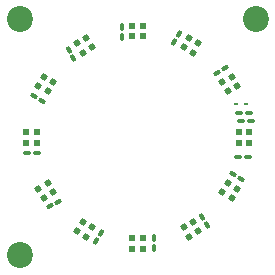
<source format=gbr>
%TF.GenerationSoftware,KiCad,Pcbnew,7.0.5.1-1-g8f565ef7f0-dirty-deb11*%
%TF.CreationDate,2023-07-26T12:03:11+00:00*%
%TF.ProjectId,pedalboard-led-ring,70656461-6c62-46f6-9172-642d6c65642d,1.0.0*%
%TF.SameCoordinates,Original*%
%TF.FileFunction,Soldermask,Top*%
%TF.FilePolarity,Negative*%
%FSLAX46Y46*%
G04 Gerber Fmt 4.6, Leading zero omitted, Abs format (unit mm)*
G04 Created by KiCad (PCBNEW 7.0.5.1-1-g8f565ef7f0-dirty-deb11) date 2023-07-26 12:03:11*
%MOMM*%
%LPD*%
G01*
G04 APERTURE LIST*
G04 Aperture macros list*
%AMRoundRect*
0 Rectangle with rounded corners*
0 $1 Rounding radius*
0 $2 $3 $4 $5 $6 $7 $8 $9 X,Y pos of 4 corners*
0 Add a 4 corners polygon primitive as box body*
4,1,4,$2,$3,$4,$5,$6,$7,$8,$9,$2,$3,0*
0 Add four circle primitives for the rounded corners*
1,1,$1+$1,$2,$3*
1,1,$1+$1,$4,$5*
1,1,$1+$1,$6,$7*
1,1,$1+$1,$8,$9*
0 Add four rect primitives between the rounded corners*
20,1,$1+$1,$2,$3,$4,$5,0*
20,1,$1+$1,$4,$5,$6,$7,0*
20,1,$1+$1,$6,$7,$8,$9,0*
20,1,$1+$1,$8,$9,$2,$3,0*%
%AMRotRect*
0 Rectangle, with rotation*
0 The origin of the aperture is its center*
0 $1 length*
0 $2 width*
0 $3 Rotation angle, in degrees counterclockwise*
0 Add horizontal line*
21,1,$1,$2,0,0,$3*%
G04 Aperture macros list end*
%ADD10RotRect,0.500000X0.500000X120.000000*%
%ADD11RoundRect,0.100000X-0.100000X0.217500X-0.100000X-0.217500X0.100000X-0.217500X0.100000X0.217500X0*%
%ADD12RoundRect,0.100000X-0.195353X0.138361X0.022147X-0.238361X0.195353X-0.138361X-0.022147X0.238361X0*%
%ADD13R,0.500000X0.500000*%
%ADD14RotRect,0.500000X0.500000X150.000000*%
%ADD15RotRect,0.500000X0.500000X30.000000*%
%ADD16RotRect,0.500000X0.500000X330.000000*%
%ADD17C,2.200000*%
%ADD18RoundRect,0.100000X0.217500X0.100000X-0.217500X0.100000X-0.217500X-0.100000X0.217500X-0.100000X0*%
%ADD19RoundRect,0.100000X-0.217500X-0.100000X0.217500X-0.100000X0.217500X0.100000X-0.217500X0.100000X0*%
%ADD20RoundRect,0.062500X0.117500X0.062500X-0.117500X0.062500X-0.117500X-0.062500X0.117500X-0.062500X0*%
%ADD21RoundRect,0.100000X-0.138361X-0.195353X0.238361X0.022147X0.138361X0.195353X-0.238361X-0.022147X0*%
%ADD22RoundRect,0.100000X-0.022147X-0.238361X0.195353X0.138361X0.022147X0.238361X-0.195353X-0.138361X0*%
%ADD23RoundRect,0.100000X0.195353X-0.138361X-0.022147X0.238361X-0.195353X0.138361X0.022147X-0.238361X0*%
%ADD24RoundRect,0.100000X-0.238361X0.022147X0.138361X-0.195353X0.238361X-0.022147X-0.138361X0.195353X0*%
%ADD25RoundRect,0.100000X0.100000X-0.217500X0.100000X0.217500X-0.100000X0.217500X-0.100000X-0.217500X0*%
%ADD26RotRect,0.500000X0.500000X210.000000*%
%ADD27RoundRect,0.100000X0.138361X0.195353X-0.238361X-0.022147X-0.138361X-0.195353X0.238361X0.022147X0*%
%ADD28RotRect,0.500000X0.500000X300.000000*%
%ADD29RoundRect,0.100000X0.238361X-0.022147X-0.138361X0.195353X-0.238361X0.022147X0.138361X-0.195353X0*%
%ADD30RotRect,0.500000X0.500000X60.000000*%
%ADD31RotRect,0.500000X0.500000X240.000000*%
%ADD32RoundRect,0.100000X0.022147X0.238361X-0.195353X-0.138361X-0.022147X-0.238361X0.195353X0.138361X0*%
G04 APERTURE END LIST*
D10*
%TO.C,D11*%
X84335289Y-68408940D03*
X85114711Y-67958940D03*
X84664711Y-67179518D03*
X83885289Y-67629518D03*
%TD*%
D11*
%TO.C,C4*%
X78650000Y-50652500D03*
X78650000Y-51467500D03*
%TD*%
D12*
%TO.C,C5*%
X74157116Y-52579828D03*
X74564616Y-53285638D03*
%TD*%
D13*
%TO.C,D1*%
X89450000Y-60450000D03*
X89450000Y-59550000D03*
X88550000Y-59550000D03*
X88550000Y-60450000D03*
%TD*%
%TO.C,D4*%
X80450000Y-50550000D03*
X79550000Y-50550000D03*
X79550000Y-51450000D03*
X80450000Y-51450000D03*
%TD*%
D14*
%TO.C,D12*%
X87958940Y-65114711D03*
X88408940Y-64335289D03*
X87629518Y-63885289D03*
X87179518Y-64664711D03*
%TD*%
D15*
%TO.C,D8*%
X71591060Y-64335289D03*
X72041060Y-65114711D03*
X72820482Y-64664711D03*
X72370482Y-63885289D03*
%TD*%
D13*
%TO.C,D10*%
X79550000Y-69450000D03*
X80450000Y-69450000D03*
X80450000Y-68550000D03*
X79550000Y-68550000D03*
%TD*%
%TO.C,D7*%
X70550000Y-59550000D03*
X70550000Y-60450000D03*
X71450000Y-60450000D03*
X71450000Y-59550000D03*
%TD*%
D16*
%TO.C,D6*%
X72041060Y-54885289D03*
X71591060Y-55664711D03*
X72370482Y-56114711D03*
X72820482Y-55335289D03*
%TD*%
D17*
%TO.C,H2*%
X90000000Y-50000000D03*
%TD*%
D18*
%TO.C,R2*%
X89407500Y-57950000D03*
X88592500Y-57950000D03*
%TD*%
D19*
%TO.C,C7*%
X70652500Y-61350000D03*
X71467500Y-61350000D03*
%TD*%
D20*
%TO.C,D13*%
X88352500Y-57150000D03*
X89192500Y-57150000D03*
%TD*%
D21*
%TO.C,C8*%
X72579828Y-65842884D03*
X73285638Y-65435384D03*
%TD*%
D22*
%TO.C,C9*%
X76495384Y-68770172D03*
X76902884Y-68064362D03*
%TD*%
D17*
%TO.C,H1*%
X70000000Y-50000000D03*
%TD*%
D23*
%TO.C,C11*%
X85842884Y-67420172D03*
X85435384Y-66714362D03*
%TD*%
D24*
%TO.C,C6*%
X71229828Y-56495384D03*
X71935638Y-56902884D03*
%TD*%
D25*
%TO.C,C10*%
X81350000Y-69347500D03*
X81350000Y-68532500D03*
%TD*%
D26*
%TO.C,D2*%
X88408940Y-55664711D03*
X87958940Y-54885289D03*
X87179518Y-55335289D03*
X87629518Y-56114711D03*
%TD*%
D19*
%TO.C,C1*%
X88742500Y-58650000D03*
X89557500Y-58650000D03*
%TD*%
D27*
%TO.C,C2*%
X87420172Y-54157116D03*
X86714362Y-54564616D03*
%TD*%
D28*
%TO.C,D5*%
X75664711Y-51591060D03*
X74885289Y-52041060D03*
X75335289Y-52820482D03*
X76114711Y-52370482D03*
%TD*%
D29*
%TO.C,C12*%
X88770172Y-63504616D03*
X88064362Y-63097116D03*
%TD*%
D30*
%TO.C,D9*%
X74885289Y-67958940D03*
X75664711Y-68408940D03*
X76114711Y-67629518D03*
X75335289Y-67179518D03*
%TD*%
D31*
%TO.C,D3*%
X85114711Y-52041060D03*
X84335289Y-51591060D03*
X83885289Y-52370482D03*
X84664711Y-52820482D03*
%TD*%
D18*
%TO.C,R1*%
X89317500Y-61680000D03*
X88502500Y-61680000D03*
%TD*%
D17*
%TO.C,H3*%
X70000000Y-70000000D03*
%TD*%
D32*
%TO.C,C3*%
X83504616Y-51229828D03*
X83097116Y-51935638D03*
%TD*%
M02*

</source>
